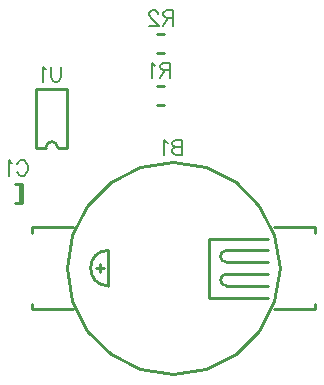
<source format=gbo>
G04 DipTrace 2.3.1.0*
%INgengar.GBO*%
%MOIN*%
%ADD10C,0.0098*%
%ADD24C,0.0077*%
%FSLAX44Y44*%
G04*
G70*
G90*
G75*
G01*
%LNBotSilk*%
%LPD*%
X10183Y11648D2*
D10*
X10357Y12743D1*
X10860Y13731D1*
X11645Y14514D1*
X12632Y15018D1*
X13727Y15191D1*
X14822Y15018D1*
X15810Y14514D1*
X16594Y13731D1*
X17097Y12743D1*
X17271Y11648D1*
X17097Y10553D1*
X16594Y9565D1*
X15810Y8781D1*
X14822Y8278D1*
X13727Y8105D1*
X12632Y8278D1*
X11645Y8781D1*
X10860Y9565D1*
X10357Y10553D1*
X10183Y11648D1*
X16877Y11451D2*
X15499D1*
X16877Y11058D2*
X15499D1*
X16877Y11845D2*
X15499D1*
X16877Y12238D2*
X15499D1*
G03X15499Y11845I0J-197D01*
G01*
Y11451D2*
G03X15499Y11058I0J-197D01*
G01*
X16877Y10664D2*
X14908D1*
Y12435D1*
Y12632D2*
X16877D1*
X14908Y12435D2*
Y12632D1*
X11561Y11058D2*
Y12238D1*
Y11058D2*
G02X11561Y12238I0J590D01*
G01*
X11290Y11523D2*
Y11773D1*
X11165Y11648D2*
X11414D1*
X9002Y10467D2*
Y10270D1*
X10380D1*
X9002Y12829D2*
Y13026D1*
X10380D1*
X17074D2*
X18452D1*
Y12829D1*
Y10467D2*
Y10270D1*
X17074D1*
X8607Y13833D2*
Y14463D1*
X8681Y13833D2*
Y14463D1*
Y13833D2*
X8446D1*
X8681Y14463D2*
X8446D1*
X13431Y17083D2*
X13196D1*
X13431Y17713D2*
X13196D1*
X13431Y18833D2*
X13196D1*
X13431Y19463D2*
X13196D1*
X9166Y15664D2*
Y17632D1*
X10190Y15664D2*
Y17632D1*
X9166D2*
X10190D1*
X9481Y15664D2*
X9166D1*
X9875D2*
X10190D1*
X9481D2*
G02X9875Y15664I197J0D01*
G01*
X14025Y15923D2*
D24*
Y15421D1*
X13809D1*
X13737Y15445D1*
X13714Y15469D1*
X13690Y15517D1*
Y15588D1*
X13714Y15637D1*
X13737Y15660D1*
X13809Y15684D1*
X13737Y15708D1*
X13714Y15732D1*
X13690Y15780D1*
Y15828D1*
X13714Y15875D1*
X13737Y15900D1*
X13809Y15923D1*
X14025D1*
Y15684D2*
X13809D1*
X13535Y15827D2*
X13487Y15852D1*
X13415Y15923D1*
Y15421D1*
X8521Y15115D2*
X8545Y15163D1*
X8593Y15211D1*
X8641Y15234D1*
X8736D1*
X8785Y15211D1*
X8832Y15163D1*
X8856Y15115D1*
X8880Y15043D1*
Y14923D1*
X8856Y14852D1*
X8832Y14804D1*
X8785Y14756D1*
X8736Y14732D1*
X8641D1*
X8593Y14756D1*
X8545Y14804D1*
X8521Y14852D1*
X8367Y15138D2*
X8319Y15163D1*
X8247Y15234D1*
Y14732D1*
X13618Y18245D2*
X13403D1*
X13331Y18269D1*
X13307Y18293D1*
X13283Y18341D1*
Y18389D1*
X13307Y18436D1*
X13331Y18461D1*
X13403Y18484D1*
X13618D1*
Y17982D1*
X13451Y18245D2*
X13283Y17982D1*
X13129Y18388D2*
X13081Y18413D1*
X13009Y18484D1*
Y17982D1*
X13726Y19995D2*
X13511D1*
X13439Y20019D1*
X13415Y20043D1*
X13391Y20091D1*
Y20139D1*
X13415Y20186D1*
X13439Y20211D1*
X13511Y20234D1*
X13726D1*
Y19732D1*
X13558Y19995D2*
X13391Y19732D1*
X13212Y20115D2*
Y20138D1*
X13188Y20186D1*
X13165Y20210D1*
X13116Y20234D1*
X13021D1*
X12973Y20210D1*
X12950Y20186D1*
X12925Y20138D1*
Y20091D1*
X12950Y20043D1*
X12997Y19971D1*
X13236Y19732D1*
X12901D1*
X9982Y18364D2*
Y18006D1*
X9959Y17934D1*
X9911Y17886D1*
X9839Y17862D1*
X9791D1*
X9719Y17886D1*
X9671Y17934D1*
X9647Y18006D1*
Y18364D1*
X9493Y18268D2*
X9445Y18293D1*
X9373Y18364D1*
Y17862D1*
M02*

</source>
